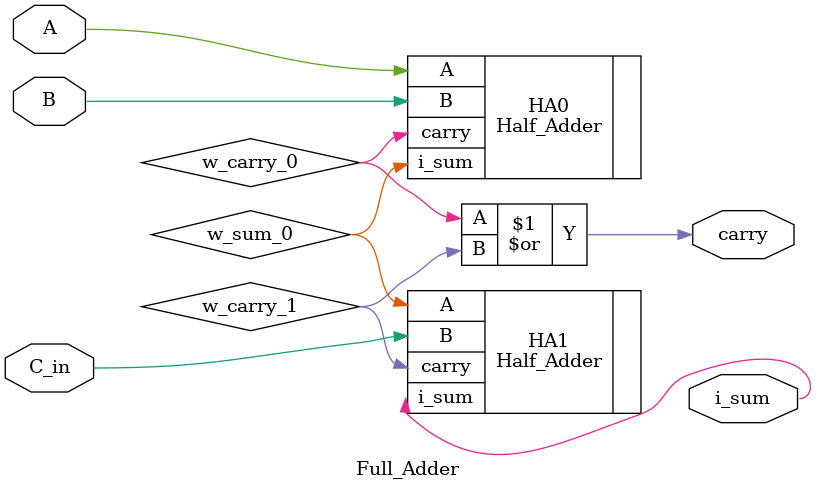
<source format=v>
`timescale 1ns / 1ps


module Full_Adder
(

    input A,
    input B,
    input C_in,
    output i_sum, carry

);

    wire w_sum_0, w_carry_0, w_carry_1;

    Half_Adder HA0
    (
        .A(A),          
        .B(B),          
        .i_sum(w_sum_0),      
        .carry(w_carry_0)
    );

    Half_Adder HA1
    (
        .A(w_sum_0),
        .B(C_in),
        .i_sum(i_sum),
        .carry(w_carry_1)
    );

    assign carry = w_carry_0 | w_carry_1;

    
endmodule

</source>
